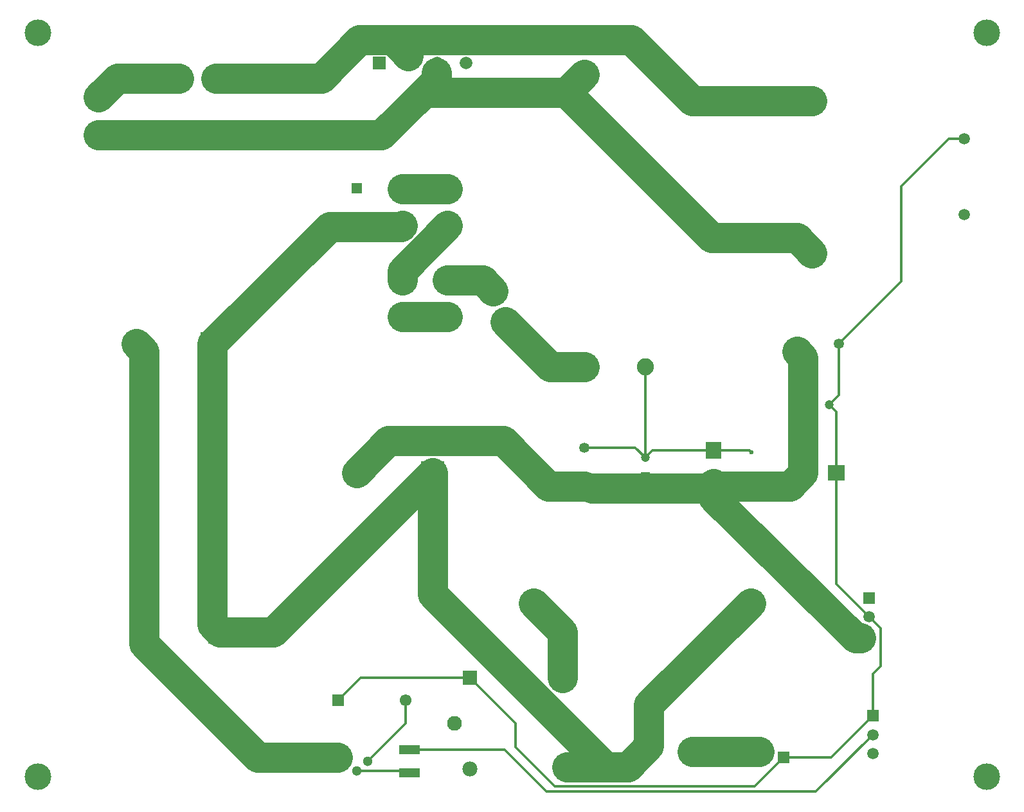
<source format=gtl>
G04*
G04 #@! TF.GenerationSoftware,Altium Limited,Altium Designer,23.4.1 (23)*
G04*
G04 Layer_Physical_Order=1*
G04 Layer_Color=255*
%FSLAX44Y44*%
%MOMM*%
G71*
G04*
G04 #@! TF.SameCoordinates,D707CC84-C655-447D-9D72-A261F95A4AE0*
G04*
G04*
G04 #@! TF.FilePolarity,Positive*
G04*
G01*
G75*
%ADD14C,0.3000*%
%ADD18R,2.2000X2.1500*%
%ADD19R,2.7000X1.1500*%
%ADD20R,3.3000X2.4500*%
%ADD21R,2.1500X2.8000*%
%ADD22R,2.1500X2.2000*%
%ADD29C,1.3500*%
%ADD30R,1.3500X1.3500*%
%ADD36R,1.2000X1.2000*%
%ADD37C,1.2000*%
%ADD38R,1.3500X1.3500*%
%ADD50R,1.2000X1.2000*%
%ADD54C,1.5500*%
%ADD55R,1.5500X1.5500*%
%ADD59C,4.0000*%
%ADD60C,1.5750*%
%ADD61C,3.1500*%
%ADD62R,3.1500X3.1500*%
%ADD63C,3.5000*%
%ADD64R,1.5000X1.5000*%
%ADD65C,1.5000*%
%ADD66R,1.6650X1.6650*%
%ADD67C,1.6650*%
%ADD68R,1.6000X1.6000*%
%ADD69C,1.6000*%
%ADD70C,1.5080*%
%ADD71R,1.5080X1.5080*%
%ADD72R,1.5750X1.5750*%
%ADD73R,1.6000X1.6000*%
%ADD74C,2.2500*%
%ADD75R,2.2500X2.2500*%
%ADD76R,1.5000X1.5000*%
%ADD77R,1.9800X1.9800*%
%ADD78C,1.9350*%
%ADD79C,1.9800*%
%ADD80C,1.3000*%
%ADD81C,0.6000*%
%ADD82C,1.6950*%
D14*
X1082000Y283250D02*
X1125250Y240000D01*
X1082000Y283250D02*
Y430000D01*
X1125250Y240000D02*
X1140000Y225250D01*
X969188Y457500D02*
X970000D01*
X967188Y459500D02*
X969188Y457500D01*
X839500Y459500D02*
X920000D01*
X967188D01*
X1130000Y110000D02*
Y165049D01*
X1140000Y175049D02*
Y225250D01*
X1130000Y165049D02*
X1140000Y175049D01*
X1082000Y430000D02*
Y510500D01*
X974218Y16468D02*
X1012500Y54750D01*
X659326Y68394D02*
X711253Y16468D01*
X974218D01*
X1230000Y870000D02*
X1250000D01*
X1167556Y807556D02*
X1230000Y870000D01*
X659326Y68394D02*
Y99674D01*
X599000Y160000D02*
X659326Y99674D01*
X1012500Y54750D02*
X1074750D01*
X1130000Y110000D01*
X1055000Y10000D02*
X1130000Y85000D01*
X700000Y10000D02*
X1055000D01*
X645000Y65000D02*
X700000Y10000D01*
X520000Y65000D02*
X645000D01*
X455600Y160000D02*
X599000D01*
X1085400Y600000D02*
X1167556Y682157D01*
Y807556D01*
X1085400Y532900D02*
Y600000D01*
X1072500Y520000D02*
X1085400Y532900D01*
X1072500Y520000D02*
X1082000Y510500D01*
X830000Y450000D02*
X839500Y459500D01*
X750000Y462900D02*
X817100D01*
X830000Y450000D01*
Y570000D01*
X425600Y130000D02*
X455600Y160000D01*
X517700Y37300D02*
X520000Y35000D01*
X450000Y37300D02*
X517700D01*
X464850Y50000D02*
X514400Y99550D01*
Y130000D01*
D18*
X1038000Y430000D02*
D03*
X1082000D02*
D03*
D19*
X520000Y65000D02*
D03*
Y35000D02*
D03*
D20*
X570000Y636000D02*
D03*
Y684000D02*
D03*
X510000Y684000D02*
D03*
Y636000D02*
D03*
X570000Y804000D02*
D03*
Y756000D02*
D03*
X510000Y756000D02*
D03*
Y804000D02*
D03*
D21*
X264550Y950000D02*
D03*
X215450D02*
D03*
D22*
X920000Y459500D02*
D03*
Y415500D02*
D03*
D29*
X750000Y462900D02*
D03*
X1085400Y600000D02*
D03*
X450000Y754600D02*
D03*
D30*
X750000Y412100D02*
D03*
X450000Y805400D02*
D03*
D36*
X1047500Y520000D02*
D03*
D37*
X1072500D02*
D03*
X830000Y450000D02*
D03*
D38*
X1034600Y600000D02*
D03*
D50*
X830000Y425000D02*
D03*
D54*
X514400Y130000D02*
D03*
D55*
X425600D02*
D03*
D59*
X835000Y124000D02*
X969000Y258000D01*
X835000Y70000D02*
Y124000D01*
X721000Y160000D02*
Y220000D01*
X683000Y258000D02*
X721000Y220000D01*
X1038000Y430000D02*
Y582000D01*
X830000Y410000D02*
X914500Y410000D01*
X760000Y410000D02*
X830000D01*
X920000Y415500D02*
X920154Y396857D01*
X1107624Y212460D02*
X1114004Y212512D01*
X920154Y396857D02*
X1107624Y212460D01*
X923000Y412500D02*
X1020500D01*
X920000Y415500D02*
X923000Y412500D01*
X1020500D02*
X1038000Y430000D01*
X335000Y55000D02*
X425000D01*
X320000D02*
X335000D01*
X555000Y947458D02*
Y957500D01*
X772500Y42500D02*
X807500D01*
X727500D02*
X772500D01*
Y47500D01*
X807500Y42500D02*
X835000Y70000D01*
X550000Y270000D02*
X772500Y47500D01*
X646250Y628750D02*
X705000Y570000D01*
X750000D01*
X749600Y412500D02*
X750000Y412100D01*
X702500Y412500D02*
X749600D01*
X642968Y472032D02*
X702500Y412500D01*
X450000Y430000D02*
X492032Y472032D01*
X642968D01*
X170000Y205000D02*
X320000Y55000D01*
X170000Y205000D02*
Y220000D01*
Y590000D01*
X160000Y600000D02*
X170000Y590000D01*
X892500Y62500D02*
X980000D01*
X1030000Y590000D02*
X1038000Y582000D01*
X538771Y931229D02*
X555000Y947458D01*
X260000Y600000D02*
X414600Y754600D01*
X450000D01*
X508600D01*
X510000Y756000D01*
X914500Y410000D02*
X920000Y415500D01*
X892500Y920000D02*
X1050000D01*
X857500Y955000D02*
X892500Y920000D01*
X1030000Y740000D02*
X1050000Y720000D01*
X917458Y740000D02*
X1030000D01*
X616000Y684000D02*
X630000Y670000D01*
X570000Y684000D02*
X616000D01*
X510000Y636000D02*
X570000D01*
X570000Y636000D01*
X726229Y931229D02*
X917458Y740000D01*
X812143Y1000357D02*
X857500Y955000D01*
X497451Y1000357D02*
X812143D01*
X482542Y875000D02*
X538771Y931229D01*
X726229D02*
X750000Y955000D01*
X538771Y931229D02*
X726229D01*
X569908Y756000D02*
X570000D01*
X510000Y696092D02*
X569908Y756000D01*
X510000Y684000D02*
Y696092D01*
X550000Y270000D02*
Y430000D01*
X340000Y220000D02*
X550000Y430000D01*
X270000Y220000D02*
X340000D01*
X260000Y230000D02*
Y600000D01*
Y230000D02*
X270000Y220000D01*
X570000Y636000D02*
X570000Y636000D01*
X510000Y804000D02*
X570000D01*
X570000Y804000D01*
X360000Y875000D02*
X482542D01*
X110000Y875000D02*
X360000D01*
X360000Y875000D01*
X497451Y1000357D02*
X518100Y979708D01*
X453904Y1000357D02*
X497451D01*
X360000Y950000D02*
X403547D01*
X453904Y1000357D01*
X264550Y950000D02*
X264550Y950000D01*
X360000D01*
X110000Y925000D02*
X135000Y950000D01*
X215450D01*
D60*
X683000Y258000D02*
D03*
X969000D02*
D03*
X987500Y54750D02*
D03*
D61*
X170000Y220000D02*
D03*
X160000Y600000D02*
D03*
X450000Y430000D02*
D03*
D62*
X270000Y220000D02*
D03*
X260000Y600000D02*
D03*
X550000Y430000D02*
D03*
D63*
X30000Y1010000D02*
D03*
Y30000D02*
D03*
X1280000D02*
D03*
Y1010000D02*
D03*
D64*
X1050000Y920000D02*
D03*
D65*
Y720000D02*
D03*
X1250000Y770000D02*
D03*
Y870000D02*
D03*
X640002Y637298D02*
D03*
Y662698D02*
D03*
X360000Y950000D02*
D03*
D66*
X480000Y970000D02*
D03*
D67*
X518100D02*
D03*
X556200D02*
D03*
X594300D02*
D03*
D68*
X835000Y70000D02*
D03*
D69*
X885000D02*
D03*
X110000Y875000D02*
D03*
D70*
X1130000Y60000D02*
D03*
Y85000D02*
D03*
X1125250Y215000D02*
D03*
Y240000D02*
D03*
D71*
X1130000Y110000D02*
D03*
X1125250Y265000D02*
D03*
D72*
X1012500Y54750D02*
D03*
D73*
X110000Y925000D02*
D03*
D74*
X830000Y570000D02*
D03*
X750000D02*
D03*
Y955000D02*
D03*
D75*
X857500D02*
D03*
D76*
X360000Y875000D02*
D03*
D77*
X599000Y160000D02*
D03*
D78*
X579000Y100000D02*
D03*
D79*
X599000Y40000D02*
D03*
X721000D02*
D03*
Y160000D02*
D03*
D80*
X435150Y50000D02*
D03*
X450000Y37300D02*
D03*
X464850Y50000D02*
D03*
D81*
X970000Y457500D02*
D03*
D82*
X335000Y55000D02*
D03*
M02*

</source>
